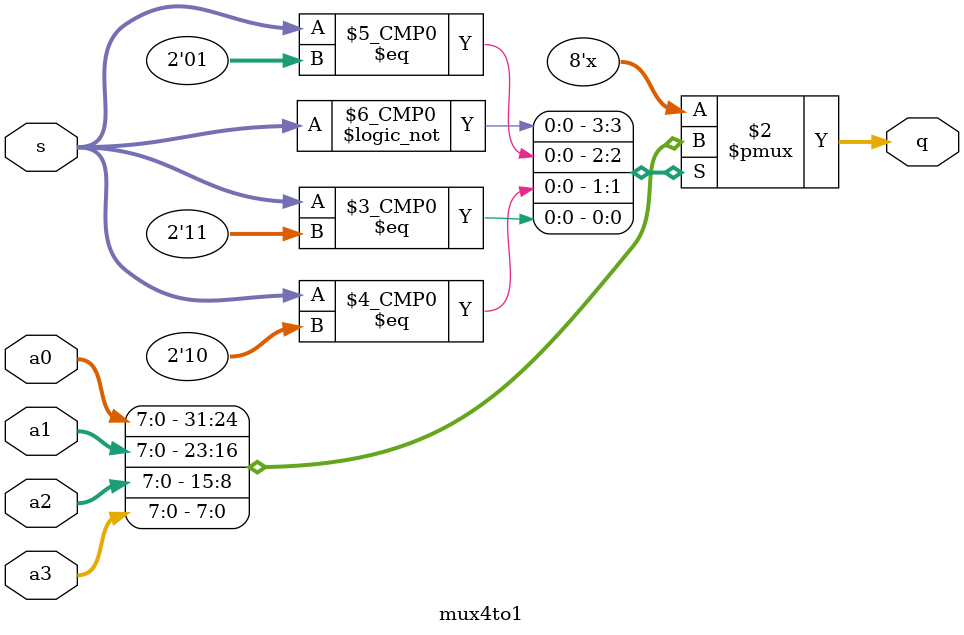
<source format=v>
`timescale 1ns / 1ps


module mux4to1
#(parameter WIDTH = 8)
(    input [WIDTH-1:0] a0,
     input [WIDTH-1:0] a1,
     input [WIDTH-1:0] a2,
     input [WIDTH-1:0] a3,
     input [1:0] s,
     output reg [WIDTH-1:0] q
    );
    
    always @(*)
    begin
      case(s)
        2'b00:q = a0;
        2'b01:q = a1;
        2'b10:q = a2;
        2'b11:q = a3;
        default q=3'bzzz;
      endcase
    end
endmodule

</source>
